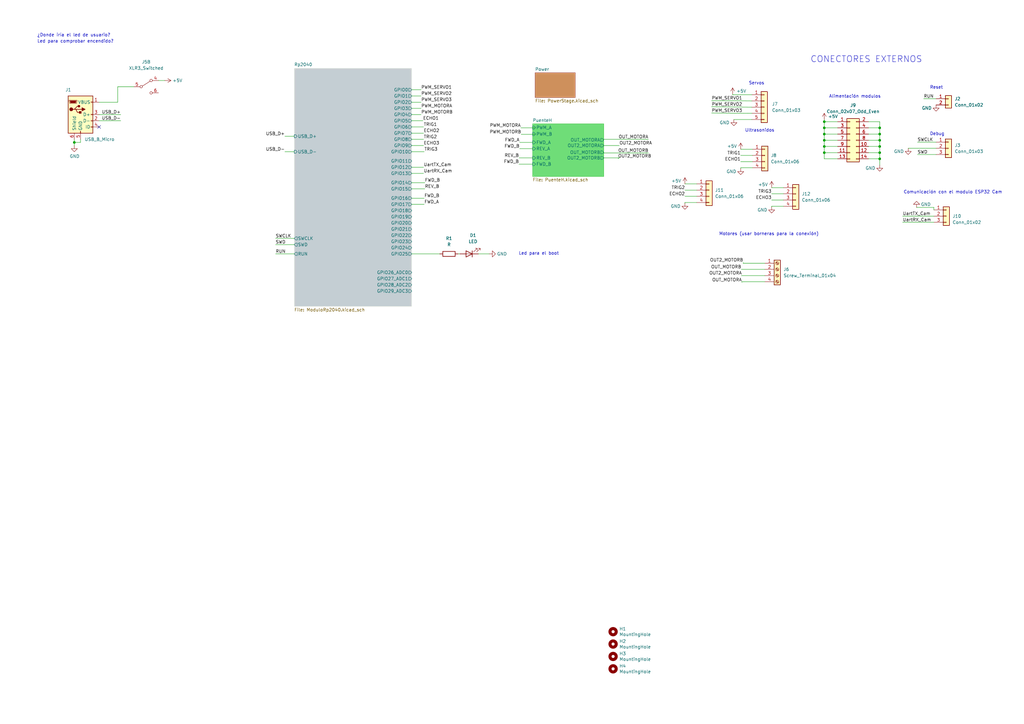
<source format=kicad_sch>
(kicad_sch (version 20211123) (generator eeschema)
  (paper "A3")
  (title_block (title "Wally") (date "2020-12-18") (rev "REV1") (company "Sistemas Embebidos") (comment 1 "xd"))
  (lib_symbols
    (symbol "Connector:Screw_Terminal_01x04" (pin_names (offset 1.016) hide)
      (property "Reference" "J" (at 0 5.08 0))
      (property "Value" "Screw_Terminal_01x04" (at 0 -7.62 0))
      (symbol "Screw_Terminal_01x04_1_1"
        (rectangle (start -1.27 3.81) (end 1.27 -6.35) (stroke (width 0.254)) (fill (type background)))
        (circle (center 0 -5.08) (radius 0.635) (stroke (width 0.1524)))
        (circle (center 0 -2.54) (radius 0.635) (stroke (width 0.1524)))
        (polyline (pts (xy -0.5334 -4.7498) (xy 0.3302 -5.588)) (stroke (width 0.1524)))
        (polyline (pts (xy -0.5334 -2.2098) (xy 0.3302 -3.048)) (stroke (width 0.1524)))
        (polyline (pts (xy -0.5334 0.3302) (xy 0.3302 -0.508)) (stroke (width 0.1524)))
        (polyline (pts (xy -0.5334 2.8702) (xy 0.3302 2.032)) (stroke (width 0.1524)))
        (polyline (pts (xy -0.3556 -4.572) (xy 0.508 -5.4102)) (stroke (width 0.1524)))
        (polyline (pts (xy -0.3556 -2.032) (xy 0.508 -2.8702)) (stroke (width 0.1524)))
        (polyline (pts (xy -0.3556 0.508) (xy 0.508 -0.3302)) (stroke (width 0.1524)))
        (polyline (pts (xy -0.3556 3.048) (xy 0.508 2.2098)) (stroke (width 0.1524)))
        (circle (center 0 0) (radius 0.635) (stroke (width 0.1524)))
        (circle (center 0 2.54) (radius 0.635) (stroke (width 0.1524)))
        (pin passive line (at -5.08 2.54 0) (length 3.81) (name "Pin_1") (number "1"))
        (pin passive line (at -5.08 0 0) (length 3.81) (name "Pin_2") (number "2"))
        (pin passive line (at -5.08 -2.54 0) (length 3.81) (name "Pin_3") (number "3"))
        (pin passive line (at -5.08 -5.08 0) (length 3.81) (name "Pin_4") (number "4"))
      )
    )
    (symbol "Connector:USB_B_Micro" (pin_names (offset 1.016))
      (property "Reference" "J" (at -5.08 11.43 0))
      (property "Value" "USB_B_Micro" (at -5.08 8.89 0))
      (symbol "USB_B_Micro_0_1"
        (rectangle (start -5.08 -7.62) (end 5.08 7.62) (stroke (width 0.254)) (fill (type background)))
        (circle (center -3.81 2.159) (radius 0.635) (stroke (width 0.254)) (fill (type outline)))
        (circle (center -0.635 3.429) (radius 0.381) (stroke (width 0.254)) (fill (type outline)))
        (rectangle (start -0.127 -7.62) (end 0.127 -6.858))
        (polyline (pts (xy -1.905 2.159) (xy 0.635 2.159)) (stroke (width 0.254)))
        (polyline (pts (xy -3.175 2.159) (xy -2.54 2.159) (xy -1.27 3.429) (xy -0.635 3.429)) (stroke (width 0.254)))
        (polyline (pts (xy -2.54 2.159) (xy -1.905 2.159) (xy -1.27 0.889) (xy 0 0.889)) (stroke (width 0.254)))
        (polyline (pts (xy 0.635 2.794) (xy 0.635 1.524) (xy 1.905 2.159) (xy 0.635 2.794)) (stroke (width 0.254)) (fill (type outline)))
        (polyline (pts (xy -4.318 5.588) (xy -1.778 5.588) (xy -2.032 4.826) (xy -4.064 4.826) (xy -4.318 5.588)) (fill (type outline)))
        (polyline (pts (xy -4.699 5.842) (xy -4.699 5.588) (xy -4.445 4.826) (xy -4.445 4.572) (xy -1.651 4.572) (xy -1.651 4.826) (xy -1.397 5.588) (xy -1.397 5.842) (xy -4.699 5.842)))
        (rectangle (start 0.254 1.27) (end -0.508 0.508) (stroke (width 0.254)) (fill (type outline)))
        (rectangle (start 5.08 -5.207) (end 4.318 -4.953))
        (rectangle (start 5.08 -2.667) (end 4.318 -2.413))
        (rectangle (start 5.08 -0.127) (end 4.318 0.127))
        (rectangle (start 5.08 4.953) (end 4.318 5.207))
      )
      (symbol "USB_B_Micro_1_1"
        (pin power_out line (at 7.62 5.08 180) (length 2.54) (name "VBUS") (number "1"))
        (pin bidirectional line (at 7.62 -2.54 180) (length 2.54) (name "D-") (number "2"))
        (pin bidirectional line (at 7.62 0 180) (length 2.54) (name "D+") (number "3"))
        (pin passive line (at 7.62 -5.08 180) (length 2.54) (name "ID") (number "4"))
        (pin power_out line (at 0 -10.16 90) (length 2.54) (name "GND") (number "5"))
        (pin passive line (at -2.54 -10.16 90) (length 2.54) (name "Shield") (number "6"))
      )
    )
    (symbol "Connector_Generic:Conn_01x02" (pin_names (offset 1.016) hide)
      (property "Reference" "J" (at 0 2.54 0))
      (property "Value" "Conn_01x02" (at 0 -5.08 0))
      (symbol "Conn_01x02_1_1"
        (rectangle (start -1.27 -2.413) (end 0 -2.667) (stroke (width 0.1524)))
        (rectangle (start -1.27 0.127) (end 0 -0.127) (stroke (width 0.1524)))
        (rectangle (start -1.27 1.27) (end 1.27 -3.81) (stroke (width 0.254)) (fill (type background)))
        (pin passive line (at -5.08 0 0) (length 3.81) (name "Pin_1") (number "1"))
        (pin passive line (at -5.08 -2.54 0) (length 3.81) (name "Pin_2") (number "2"))
      )
    )
    (symbol "Connector_Generic:Conn_01x03" (pin_names (offset 1.016) hide)
      (property "Reference" "J" (at 0 5.08 0))
      (property "Value" "Conn_01x03" (at 0 -5.08 0))
      (symbol "Conn_01x03_1_1"
        (rectangle (start -1.27 -2.413) (end 0 -2.667) (stroke (width 0.1524)))
        (rectangle (start -1.27 0.127) (end 0 -0.127) (stroke (width 0.1524)))
        (rectangle (start -1.27 2.667) (end 0 2.413) (stroke (width 0.1524)))
        (rectangle (start -1.27 3.81) (end 1.27 -3.81) (stroke (width 0.254)) (fill (type background)))
        (pin passive line (at -5.08 2.54 0) (length 3.81) (name "Pin_1") (number "1"))
        (pin passive line (at -5.08 0 0) (length 3.81) (name "Pin_2") (number "2"))
        (pin passive line (at -5.08 -2.54 0) (length 3.81) (name "Pin_3") (number "3"))
      )
    )
    (symbol "Connector_Generic:Conn_01x04" (pin_names (offset 1.016) hide)
      (property "Reference" "J" (at 0 5.08 0))
      (property "Value" "Conn_01x04" (at 0 -7.62 0))
      (symbol "Conn_01x04_1_1"
        (rectangle (start -1.27 -4.953) (end 0 -5.207) (stroke (width 0.1524)))
        (rectangle (start -1.27 -2.413) (end 0 -2.667) (stroke (width 0.1524)))
        (rectangle (start -1.27 0.127) (end 0 -0.127) (stroke (width 0.1524)))
        (rectangle (start -1.27 2.667) (end 0 2.413) (stroke (width 0.1524)))
        (rectangle (start -1.27 3.81) (end 1.27 -6.35) (stroke (width 0.254)) (fill (type background)))
        (pin passive line (at -5.08 2.54 0) (length 3.81) (name "Pin_1") (number "1"))
        (pin passive line (at -5.08 0 0) (length 3.81) (name "Pin_2") (number "2"))
        (pin passive line (at -5.08 -2.54 0) (length 3.81) (name "Pin_3") (number "3"))
        (pin passive line (at -5.08 -5.08 0) (length 3.81) (name "Pin_4") (number "4"))
      )
    )
    (symbol "Connector_Generic:Conn_01x05" (pin_names (offset 1.016) hide)
      (property "Reference" "J" (at 0 7.62 0))
      (property "Value" "Conn_01x05" (at 0 -7.62 0))
      (symbol "Conn_01x05_1_1"
        (rectangle (start -1.27 -4.953) (end 0 -5.207) (stroke (width 0.1524)))
        (rectangle (start -1.27 -2.413) (end 0 -2.667) (stroke (width 0.1524)))
        (rectangle (start -1.27 0.127) (end 0 -0.127) (stroke (width 0.1524)))
        (rectangle (start -1.27 2.667) (end 0 2.413) (stroke (width 0.1524)))
        (rectangle (start -1.27 5.207) (end 0 4.953) (stroke (width 0.1524)))
        (rectangle (start -1.27 6.35) (end 1.27 -6.35) (stroke (width 0.254)) (fill (type background)))
        (pin passive line (at -5.08 5.08 0) (length 3.81) (name "Pin_1") (number "1"))
        (pin passive line (at -5.08 2.54 0) (length 3.81) (name "Pin_2") (number "2"))
        (pin passive line (at -5.08 0 0) (length 3.81) (name "Pin_3") (number "3"))
        (pin passive line (at -5.08 -2.54 0) (length 3.81) (name "Pin_4") (number "4"))
        (pin passive line (at -5.08 -5.08 0) (length 3.81) (name "Pin_5") (number "5"))
      )
    )
    (symbol "Connector_Generic:Conn_02x07_Odd_Even" (pin_names (offset 1.016) hide)
      (property "Reference" "J" (at 1.27 10.16 0))
      (property "Value" "Conn_02x07_Odd_Even" (at 1.27 -10.16 0))
      (symbol "Conn_02x07_Odd_Even_1_1"
        (rectangle (start -1.27 -7.493) (end 0 -7.747) (stroke (width 0.1524)))
        (rectangle (start -1.27 -4.953) (end 0 -5.207) (stroke (width 0.1524)))
        (rectangle (start -1.27 -2.413) (end 0 -2.667) (stroke (width 0.1524)))
        (rectangle (start -1.27 0.127) (end 0 -0.127) (stroke (width 0.1524)))
        (rectangle (start -1.27 2.667) (end 0 2.413) (stroke (width 0.1524)))
        (rectangle (start -1.27 5.207) (end 0 4.953) (stroke (width 0.1524)))
        (rectangle (start -1.27 7.747) (end 0 7.493) (stroke (width 0.1524)))
        (rectangle (start -1.27 8.89) (end 3.81 -8.89) (stroke (width 0.254)) (fill (type background)))
        (rectangle (start 3.81 -7.493) (end 2.54 -7.747) (stroke (width 0.1524)))
        (rectangle (start 3.81 -4.953) (end 2.54 -5.207) (stroke (width 0.1524)))
        (rectangle (start 3.81 -2.413) (end 2.54 -2.667) (stroke (width 0.1524)))
        (rectangle (start 3.81 0.127) (end 2.54 -0.127) (stroke (width 0.1524)))
        (rectangle (start 3.81 2.667) (end 2.54 2.413) (stroke (width 0.1524)))
        (rectangle (start 3.81 5.207) (end 2.54 4.953) (stroke (width 0.1524)))
        (rectangle (start 3.81 7.747) (end 2.54 7.493) (stroke (width 0.1524)))
        (pin passive line (at -5.08 7.62 0) (length 3.81) (name "Pin_1") (number "1"))
        (pin passive line (at 7.62 -2.54 180) (length 3.81) (name "Pin_10") (number "10"))
        (pin passive line (at -5.08 -5.08 0) (length 3.81) (name "Pin_11") (number "11"))
        (pin passive line (at 7.62 -5.08 180) (length 3.81) (name "Pin_12") (number "12"))
        (pin passive line (at -5.08 -7.62 0) (length 3.81) (name "Pin_13") (number "13"))
        (pin passive line (at 7.62 -7.62 180) (length 3.81) (name "Pin_14") (number "14"))
        (pin passive line (at 7.62 7.62 180) (length 3.81) (name "Pin_2") (number "2"))
        (pin passive line (at -5.08 5.08 0) (length 3.81) (name "Pin_3") (number "3"))
        (pin passive line (at 7.62 5.08 180) (length 3.81) (name "Pin_4") (number "4"))
        (pin passive line (at -5.08 2.54 0) (length 3.81) (name "Pin_5") (number "5"))
        (pin passive line (at 7.62 2.54 180) (length 3.81) (name "Pin_6") (number "6"))
        (pin passive line (at -5.08 0 0) (length 3.81) (name "Pin_7") (number "7"))
        (pin passive line (at 7.62 0 180) (length 3.81) (name "Pin_8") (number "8"))
        (pin passive line (at -5.08 -2.54 0) (length 3.81) (name "Pin_9") (number "9"))
      )
    )
    (symbol "Device:LED" (pin_numbers hide) (pin_names (offset 1.016) hide)
      (property "Reference" "D" (at 0 2.54 0))
      (property "Value" "LED" (at 0 -2.54 0))
      (symbol "LED_0_1"
        (polyline (pts (xy -1.27 -1.27) (xy -1.27 1.27)) (stroke (width 0.254)))
        (polyline (pts (xy -1.27 0) (xy 1.27 0)))
        (polyline (pts (xy 1.27 -1.27) (xy 1.27 1.27) (xy -1.27 0) (xy 1.27 -1.27)) (stroke (width 0.254)))
        (polyline (pts (xy -3.048 -0.762) (xy -4.572 -2.286) (xy -3.81 -2.286) (xy -4.572 -2.286) (xy -4.572 -1.524)))
        (polyline (pts (xy -1.778 -0.762) (xy -3.302 -2.286) (xy -2.54 -2.286) (xy -3.302 -2.286) (xy -3.302 -1.524)))
      )
      (symbol "LED_1_1"
        (pin passive line (at -3.81 0 0) (length 2.54) (name "K") (number "1"))
        (pin passive line (at 3.81 0 180) (length 2.54) (name "A") (number "2"))
      )
    )
    (symbol "Device:R" (pin_numbers hide) (pin_names (offset 0))
      (property "Reference" "R" (at 2.032 0 90))
      (property "Value" "R" (at 0 0 90))
      (symbol "R_0_1"
        (rectangle (start -1.016 -2.54) (end 1.016 2.54) (stroke (width 0.254)))
      )
      (symbol "R_1_1"
        (pin passive line (at 0 3.81 270) (length 1.27) (name "~") (number "1"))
        (pin passive line (at 0 -3.81 90) (length 1.27) (name "~") (number "2"))
      )
    )
    (symbol "Mechanical:MountingHole" (pin_names (offset 1.016))
      (property "Reference" "H" (at 0 5.08 0))
      (property "Value" "MountingHole" (at 0 3.175 0))
      (symbol "MountingHole_0_1"
        (circle (center 0 0) (radius 1.27) (stroke (width 1.27)))
      )
    )
    (symbol "Switch:SW_DPDT_x2" (pin_names (offset 0) hide)
      (property "Reference" "SW" (at 0 4.318 0))
      (property "Value" "SW_DPDT_x2" (at 0 -5.08 0))
      (symbol "SW_DPDT_x2_0_0"
        (circle (center -2.032 0) (radius 0.508))
        (circle (center 2.032 -2.54) (radius 0.508))
      )
      (symbol "SW_DPDT_x2_0_1"
        (polyline (pts (xy -1.524 0.254) (xy 1.651 2.286)))
        (circle (center 2.032 2.54) (radius 0.508))
      )
      (symbol "SW_DPDT_x2_1_1"
        (pin passive line (at 5.08 2.54 180) (length 2.54) (name "A") (number "1"))
        (pin passive line (at -5.08 0 0) (length 2.54) (name "B") (number "2"))
        (pin passive line (at 5.08 -2.54 180) (length 2.54) (name "C") (number "3"))
      )
      (symbol "SW_DPDT_x2_2_1"
        (pin passive line (at 5.08 2.54 180) (length 2.54) (name "A") (number "4"))
        (pin passive line (at -5.08 0 0) (length 2.54) (name "B") (number "5"))
        (pin passive line (at 5.08 -2.54 180) (length 2.54) (name "C") (number "6"))
      )
    )
    (symbol "power:+5V" (power) (pin_names (offset 0))
      (property "Value" "+5V" (at 0 3.556 0))
      (symbol "+5V_0_1"
        (polyline (pts (xy -0.762 1.27) (xy 0 2.54)))
        (polyline (pts (xy 0 0) (xy 0 2.54)))
        (polyline (pts (xy 0 2.54) (xy 0.762 1.27)))
      )
      (symbol "+5V_1_1"
        (pin power_in line (at 0 0 90) (length 0) hide (name "+5V") (number "1"))
      )
    )
    (symbol "power:GND" (power) (pin_names (offset 0))
      (property "Value" "GND" (at 0 -3.81 0))
      (symbol "GND_0_1"
        (polyline (pts (xy 0 0) (xy 0 -1.27) (xy 1.27 -1.27) (xy 0 -2.54) (xy -1.27 -1.27) (xy 0 -1.27)))
      )
      (symbol "GND_1_1"
        (pin power_in line (at 0 0 270) (length 0) hide (name "GND") (number "1"))
      )
    )
  )
  (junction (at 338.074 62.611))
  (junction (at 360.807 54.991))
  (junction (at 360.807 62.611))
  (junction (at 360.807 52.451))
  (junction (at 360.807 57.531))
  (junction (at 30.48 58.42))
  (junction (at 338.074 52.451))
  (junction (at 338.074 57.531))
  (junction (at 360.807 65.151))
  (junction (at 360.807 60.071))
  (junction (at 338.074 54.991))
  (junction (at 338.074 60.071))
  (junction (at 338.074 49.911))
  (no_connect (at 40.64 52.07))
  (wire (pts (xy 168.91 57.15) (xy 173.736 57.15)))
  (wire (pts (xy 291.846 46.355) (xy 308.356 46.482)))
  (wire (pts (xy 303.784 61.214) (xy 308.61 61.214)))
  (wire (pts (xy 313.69 107.95) (xy 304.8 107.95)))
  (wire (pts (xy 304.038 110.49) (xy 313.69 110.49)))
  (wire (pts (xy 360.807 52.451) (xy 360.807 54.991)))
  (wire (pts (xy 168.91 68.58) (xy 173.736 68.58)))
  (wire (pts (xy 213.614 52.451) (xy 219.329 52.451)))
  (wire (pts (xy 303.784 66.294) (xy 308.61 66.294)))
  (wire (pts (xy 247.65 64.77) (xy 254 64.77)))
  (wire (pts (xy 33.02 58.42) (xy 30.48 58.42)))
  (wire (pts (xy 212.852 64.77) (xy 218.44 64.77)))
  (wire (pts (xy 303.784 68.834) (xy 303.784 69.088)))
  (wire (pts (xy 376.301 58.293) (xy 383.921 58.293)))
  (wire (pts (xy 308.356 38.862) (xy 300.482 38.862)))
  (wire (pts (xy 372.491 60.833) (xy 383.921 60.833)))
  (wire (pts (xy 360.807 49.911) (xy 360.807 52.451)))
  (wire (pts (xy 168.91 44.45) (xy 172.72 44.45)))
  (wire (pts (xy 168.91 59.69) (xy 173.736 59.69)))
  (wire (pts (xy 247.65 59.69) (xy 254 59.69)))
  (wire (pts (xy 300.482 38.862) (xy 300.482 38.608)))
  (wire (pts (xy 168.91 104.14) (xy 180.34 104.14)))
  (wire (pts (xy 338.074 57.531) (xy 343.535 57.531)))
  (wire (pts (xy 280.924 75.438) (xy 285.75 75.438)))
  (wire (pts (xy 375.92 85.09) (xy 383.032 85.09)))
  (wire (pts (xy 304.8 107.95) (xy 304.8 107.696)))
  (wire (pts (xy 370.205 88.646) (xy 383.032 88.646)))
  (wire (pts (xy 168.91 39.37) (xy 172.72 39.37)))
  (wire (pts (xy 304.038 113.03) (xy 313.69 113.03)))
  (wire (pts (xy 338.074 52.451) (xy 338.074 54.991)))
  (wire (pts (xy 48.26 41.91) (xy 48.26 35.56)))
  (wire (pts (xy 254 64.77) (xy 253.492 65.024)))
  (wire (pts (xy 338.074 57.531) (xy 338.074 60.071)))
  (wire (pts (xy 360.807 57.531) (xy 360.807 60.071)))
  (wire (pts (xy 168.91 81.28) (xy 173.99 81.28)))
  (wire (pts (xy 187.96 104.14) (xy 188.595 104.14)))
  (wire (pts (xy 316.484 84.582) (xy 316.484 84.836)))
  (wire (pts (xy 356.235 65.151) (xy 360.807 65.151)))
  (wire (pts (xy 113.03 100.33) (xy 120.65 100.33)))
  (wire (pts (xy 360.807 60.071) (xy 360.807 62.611)))
  (wire (pts (xy 247.65 62.738) (xy 247.65 62.484)))
  (wire (pts (xy 113.03 104.14) (xy 120.65 104.14)))
  (wire (pts (xy 280.924 83.058) (xy 280.924 83.312)))
  (wire (pts (xy 338.074 49.911) (xy 338.074 52.451)))
  (wire (pts (xy 168.91 54.61) (xy 173.736 54.61)))
  (wire (pts (xy 40.64 49.53) (xy 49.53 49.53)))
  (wire (pts (xy 168.91 77.47) (xy 174.244 77.47)))
  (wire (pts (xy 338.074 62.611) (xy 338.074 65.151)))
  (wire (pts (xy 378.841 40.513) (xy 383.921 40.513)))
  (wire (pts (xy 316.484 82.042) (xy 321.31 82.042)))
  (wire (pts (xy 168.91 49.53) (xy 173.482 49.53)))
  (wire (pts (xy 376.301 63.373) (xy 383.921 63.373)))
  (wire (pts (xy 308.61 68.834) (xy 303.784 68.834)))
  (wire (pts (xy 280.924 80.518) (xy 285.75 80.518)))
  (wire (pts (xy 316.484 76.962) (xy 321.31 76.962)))
  (wire (pts (xy 168.91 36.83) (xy 172.72 36.83)))
  (wire (pts (xy 116.84 62.23) (xy 120.65 62.23)))
  (wire (pts (xy 356.235 52.451) (xy 360.807 52.451)))
  (wire (pts (xy 168.91 41.91) (xy 172.72 41.91)))
  (wire (pts (xy 291.846 43.815) (xy 308.356 43.942)))
  (wire (pts (xy 313.69 115.57) (xy 304.292 115.57)))
  (wire (pts (xy 213.106 58.42) (xy 218.44 58.42)))
  (wire (pts (xy 33.02 57.15) (xy 33.02 58.42)))
  (wire (pts (xy 213.741 55.118) (xy 219.329 55.118)))
  (wire (pts (xy 196.215 104.14) (xy 200.66 104.14)))
  (wire (pts (xy 360.807 54.991) (xy 360.807 57.531)))
  (wire (pts (xy 168.91 83.82) (xy 173.99 83.82)))
  (wire (pts (xy 338.074 49.022) (xy 338.074 49.911)))
  (wire (pts (xy 360.807 62.611) (xy 360.807 65.151)))
  (wire (pts (xy 212.852 67.31) (xy 218.44 67.31)))
  (wire (pts (xy 356.235 62.611) (xy 360.807 62.611)))
  (wire (pts (xy 213.106 60.96) (xy 218.44 60.96)))
  (wire (pts (xy 291.846 41.275) (xy 308.356 41.402)))
  (wire (pts (xy 356.235 57.531) (xy 360.807 57.531)))
  (wire (pts (xy 321.31 84.582) (xy 316.484 84.582)))
  (wire (pts (xy 116.84 55.88) (xy 120.65 55.88)))
  (wire (pts (xy 285.75 83.058) (xy 280.924 83.058)))
  (wire (pts (xy 356.235 49.911) (xy 360.807 49.911)))
  (wire (pts (xy 168.91 62.23) (xy 173.99 62.23)))
  (wire (pts (xy 308.61 63.754) (xy 303.784 63.754)))
  (wire (pts (xy 304.292 115.57) (xy 304.292 115.824)))
  (wire (pts (xy 356.235 60.071) (xy 360.807 60.071)))
  (wire (pts (xy 168.91 74.93) (xy 174.244 74.93)))
  (wire (pts (xy 300.99 49.022) (xy 308.356 49.022)))
  (wire (pts (xy 321.31 79.502) (xy 316.484 79.502)))
  (wire (pts (xy 338.074 49.911) (xy 343.535 49.911)))
  (wire (pts (xy 247.65 57.15) (xy 265.938 57.15)))
  (wire (pts (xy 360.807 65.151) (xy 360.807 67.691)))
  (wire (pts (xy 383.032 85.09) (xy 383.032 86.106)))
  (wire (pts (xy 67.564 33.02) (xy 65.024 33.02)))
  (wire (pts (xy 338.074 54.991) (xy 338.074 57.531)))
  (wire (pts (xy 370.205 91.186) (xy 383.032 91.186)))
  (wire (pts (xy 338.074 65.151) (xy 343.535 65.151)))
  (wire (pts (xy 30.48 58.42) (xy 30.48 59.69)))
  (wire (pts (xy 338.074 52.451) (xy 343.535 52.451)))
  (wire (pts (xy 40.64 46.99) (xy 49.53 46.99)))
  (wire (pts (xy 338.074 62.611) (xy 343.535 62.611)))
  (wire (pts (xy 30.48 57.15) (xy 30.48 58.42)))
  (wire (pts (xy 356.235 54.991) (xy 360.807 54.991)))
  (wire (pts (xy 338.074 60.071) (xy 338.074 62.611)))
  (wire (pts (xy 48.26 35.56) (xy 54.864 35.56)))
  (wire (pts (xy 168.91 71.12) (xy 173.736 71.12)))
  (wire (pts (xy 338.074 60.071) (xy 343.535 60.071)))
  (wire (pts (xy 285.75 77.978) (xy 280.924 77.978)))
  (wire (pts (xy 338.074 54.991) (xy 343.535 54.991)))
  (wire (pts (xy 168.91 46.99) (xy 172.72 46.99)))
  (wire (pts (xy 168.91 52.07) (xy 173.736 52.07)))
  (wire (pts (xy 40.64 41.91) (xy 48.26 41.91)))
  (wire (pts (xy 113.03 97.79) (xy 120.65 97.79)))
  (wire (pts (xy 247.65 62.738) (xy 265.938 62.738)))
  (text "Led para el boot" (at 212.725 104.775 0) (effects (font (size 1.27 1.27)) (justify left bottom)))
  (text "¿Donde iría el led de usuario?" (at 15.24 15.24 0) (effects (font (size 1.27 1.27)) (justify left bottom)))
  (text "Led para comprobar encendido?\n" (at 15.24 17.78 0) (effects (font (size 1.27 1.27)) (justify left bottom)))
  (text "Ultrasonidos\n" (at 305.5366 54.3052 0) (effects (font (size 1.27 1.27)) (justify left bottom)))
  (text "Debug" (at 381.381 55.753 0) (effects (font (size 1.27 1.27)) (justify left bottom)))
  (text "Comunicación con el modulo ESP32 Cam\n" (at 370.586 79.629 0) (effects (font (size 1.27 1.27)) (justify left bottom)))
  (text "CONECTORES EXTERNOS" (at 332.359 25.908 0) (effects (font (size 2.54 2.54)) (justify left bottom)))
  (text "Alimentación modulos" (at 339.979 40.386 0) (effects (font (size 1.27 1.27)) (justify left bottom)))
  (text "Servos" (at 307.086 34.925 0) (effects (font (size 1.27 1.27)) (justify left bottom)))
  (text "Reset" (at 381.381 36.703 0) (effects (font (size 1.27 1.27)) (justify left bottom)))
  (text "Motores (usar borneras para la conexión)" (at 294.894 96.774 0) (effects (font (size 1.27 1.27)) (justify left bottom)))
  (label "TRIG1" (at 173.736 52.07 0))
  (label "OUT2_MOTORB" (at 253.492 65.024 0))
  (label "FWD_B" (at 212.852 67.31 180))
  (label "ECHO2" (at 280.924 80.518 180))
  (label "FWD_B" (at 213.106 60.96 180))
  (label "OUT_MOTORB" (at 304.038 110.49 180))
  (label "SWCLK" (at 376.301 58.293 0))
  (label "PWM_SERVO1" (at 291.846 41.275 0))
  (label "ECHO1" (at 173.482 49.53 0))
  (label "PWM_SERVO3" (at 291.846 46.355 0))
  (label "FWD_B" (at 174.244 74.93 0))
  (label "PWM_MOTORB" (at 172.72 46.99 0))
  (label "TRIG3" (at 173.99 62.23 0))
  (label "UartRX_Cam" (at 173.736 71.12 0))
  (label "OUT_MOTORB" (at 265.938 62.738 180))
  (label "PWM_SERVO2" (at 172.72 39.37 0))
  (label "PWM_SERVO3" (at 172.72 41.91 0))
  (label "OUT2_MOTORA" (at 254 59.69 0))
  (label "USB_D+" (at 116.84 55.88 180))
  (label "UartTX_Cam" (at 173.736 68.58 0))
  (label "ECHO2" (at 173.736 54.61 0))
  (label "PWM_SERVO1" (at 172.72 36.83 0))
  (label "PWM_MOTORA" (at 213.614 52.451 180))
  (label "REV_B" (at 174.244 77.47 0))
  (label "FWD_A" (at 173.99 83.82 0))
  (label "FWD_A" (at 213.106 58.42 180))
  (label "PWM_MOTORA" (at 172.72 44.45 0))
  (label "TRIG2" (at 173.736 57.15 0))
  (label "USB_D+" (at 49.53 46.99 180))
  (label "ECHO3" (at 173.736 59.69 0))
  (label "TRIG1" (at 303.784 63.754 180))
  (label "USB_D-" (at 116.84 62.23 180))
  (label "TRIG2" (at 280.924 77.978 180))
  (label "OUT2_MOTORA" (at 304.292 113.03 180))
  (label "OUT_MOTORA" (at 304.292 115.824 180))
  (label "SWCLK" (at 113.03 97.79 0))
  (label "TRIG3" (at 316.484 79.502 180))
  (label "SWD" (at 113.03 100.33 0))
  (label "REV_B" (at 212.852 64.77 180))
  (label "UartRX_Cam" (at 370.205 91.186 0))
  (label "PWM_MOTORB" (at 213.741 55.118 180))
  (label "UartTX_Cam" (at 370.205 88.646 0))
  (label "FWD_B" (at 173.99 81.28 0))
  (label "OUT_MOTORA" (at 265.938 57.15 180))
  (label "ECHO3" (at 316.484 82.042 180))
  (label "RUN" (at 378.841 40.513 0))
  (label "SWD" (at 376.301 63.373 0))
  (label "PWM_SERVO2" (at 291.846 43.815 0))
  (label "RUN" (at 113.03 104.14 0))
  (label "USB_D-" (at 49.53 49.53 180))
  (label "OUT2_MOTORB" (at 304.8 107.696 180))
  (label "ECHO1" (at 303.784 66.294 180))
  (symbol (lib_id "Mechanical:MountingHole") (at 251.46 259.08 0) (unit 1)
    (property "Reference" "H1" (at 254 257.9116 0) (effects (justify left)))
    (property "Value" "MountingHole" (at 254 260.223 0) (effects (justify left)))
    (property "Footprint" "MountingHole:MountingHole_2.7mm_M2.5" (effects hide))
  )
  (symbol (lib_id "Mechanical:MountingHole") (at 251.46 264.16 0) (unit 1)
    (property "Reference" "H2" (at 254 262.9916 0) (effects (justify left)))
    (property "Value" "MountingHole" (at 254 265.303 0) (effects (justify left)))
    (property "Footprint" "MountingHole:MountingHole_2.7mm_M2.5" (effects hide))
  )
  (symbol (lib_id "Mechanical:MountingHole") (at 251.46 269.24 0) (unit 1)
    (property "Reference" "H3" (at 254 268.0716 0) (effects (justify left)))
    (property "Value" "MountingHole" (at 254 270.383 0) (effects (justify left)))
    (property "Footprint" "MountingHole:MountingHole_2.7mm_M2.5" (effects hide))
  )
  (symbol (lib_id "Mechanical:MountingHole") (at 251.46 274.32 0) (unit 1)
    (property "Reference" "H4" (at 254 273.1516 0) (effects (justify left)))
    (property "Value" "MountingHole" (at 254 275.463 0) (effects (justify left)))
    (property "Footprint" "MountingHole:MountingHole_2.7mm_M2.5" (effects hide))
  )
  (symbol (lib_id "Connector_Generic:Conn_01x05") (at 313.436 43.942 0) (unit 1)
    (property "Reference" "J7" (at 316.611 42.6719 0) (effects (justify left)))
    (property "Value" "Conn_01x03" (at 316.611 45.2119 0) (effects (justify left)))
    (property "Footprint" "Connector_PinSocket_2.54mm:PinSocket_1x03_P2.54mm_Vertical" (effects hide))
  )
  (symbol (lib_id "power:GND") (at 200.66 104.14 90) (unit 1)
    (property "Reference" "#PWR0101" (effects hide))
    (property "Value" "GND" (at 203.835 104.1399 90) (effects (justify right)))
  )
  (symbol (lib_id "Connector_Generic:Conn_01x02") (at 389.001 40.513 0) (unit 1)
    (property "Reference" "J2" (at 391.541 40.5129 0) (effects (justify left)))
    (property "Value" "Conn_01x02" (at 391.541 43.0529 0) (effects (justify left)))
    (property "Footprint" "Connector_PinHeader_2.54mm:PinHeader_1x02_P2.54mm_Vertical" (effects hide))
  )
  (symbol (lib_id "power:GND") (at 280.924 83.312 0) (unit 1)
    (property "Reference" "#PWR017" (effects hide))
    (property "Value" "GND" (at 277.114 84.582 0))
  )
  (symbol (lib_id "power:+5V") (at 338.074 49.022 0) (unit 1)
    (property "Reference" "#PWR0104" (effects hide))
    (property "Value" "+5V" (at 339.598 47.7519 0) (effects (justify left)))
  )
  (symbol (lib_id "Switch:SW_DPDT_x2") (at 59.944 35.56 0) (unit 2)
    (property "Reference" "J5" (at 59.944 25.4 0))
    (property "Value" "XLR3_Switched" (at 59.944 27.94 0))
    (property "Footprint" "Button_Switch_SMD:SW_Push_1P1T-MP_NO_Horizontal_Alps_SKRTLAE010" (effects hide))
  )
  (symbol (lib_id "power:GND") (at 303.784 69.088 0) (unit 1)
    (property "Reference" "#PWR024" (effects hide))
    (property "Value" "GND" (at 299.974 70.358 0))
  )
  (symbol (lib_id "Device:R") (at 184.15 104.14 90) (unit 1)
    (property "Reference" "R1" (at 184.15 97.79 90))
    (property "Value" "R" (at 184.15 100.33 90))
    (property "Footprint" "Resistor_SMD:R_0402_1005Metric" (effects hide))
  )
  (symbol (lib_id "Connector_Generic:Conn_01x04") (at 313.69 63.754 0) (unit 1)
    (property "Reference" "J8" (at 316.1284 63.7539 0) (effects (justify left)))
    (property "Value" "Conn_01x06" (at 316.1284 66.2939 0) (effects (justify left)))
    (property "Footprint" "Connector_PinSocket_2.54mm:PinSocket_1x06_P2.54mm_Vertical" (effects hide))
  )
  (symbol (lib_id "power:GND") (at 300.99 49.022 0) (unit 1)
    (property "Reference" "#PWR019" (effects hide))
    (property "Value" "GND" (at 297.18 50.292 0))
  )
  (symbol (lib_id "power:GND") (at 360.807 67.691 0) (unit 1)
    (property "Reference" "#PWR0103" (effects hide))
    (property "Value" "GND" (at 356.997 68.961 0))
  )
  (symbol (lib_id "power:+5V") (at 316.484 76.962 0) (unit 1)
    (property "Reference" "#PWR025" (effects hide))
    (property "Value" "+5V" (at 310.896 75.692 0) (effects (justify left)))
  )
  (symbol (lib_id "power:GND") (at 383.921 43.053 0) (unit 1)
    (property "Reference" "#PWR04" (effects hide))
    (property "Value" "GND" (at 380.111 44.323 0))
  )
  (symbol (lib_id "Connector_Generic:Conn_01x04") (at 290.83 77.978 0) (unit 1)
    (property "Reference" "J11" (at 293.2684 77.9779 0) (effects (justify left)))
    (property "Value" "Conn_01x06" (at 293.2684 80.5179 0) (effects (justify left)))
    (property "Footprint" "Connector_PinSocket_2.54mm:PinSocket_1x06_P2.54mm_Vertical" (effects hide))
  )
  (symbol (lib_id "power:+5V") (at 300.482 38.608 0) (unit 1)
    (property "Reference" "#PWR018" (effects hide))
    (property "Value" "+5V" (at 302.006 37.3379 0) (effects (justify left)))
  )
  (symbol (lib_id "Connector:Screw_Terminal_01x04") (at 318.77 110.49 0) (unit 1)
    (property "Reference" "J6" (at 321.31 110.4899 0) (effects (justify left)))
    (property "Value" "Screw_Terminal_01x04" (at 321.31 113.0299 0) (effects (justify left)))
    (property "Footprint" "TerminalBlock_Altech:Altech_AK300_1x04_P5.00mm_45-Degree" (effects hide))
  )
  (symbol (lib_id "Device:LED") (at 192.405 104.14 180) (unit 1)
    (property "Reference" "D1" (at 193.9925 96.52 0))
    (property "Value" "LED" (at 193.9925 99.06 0))
    (property "Footprint" "LED_SMD:LED_0201_0603Metric" (effects hide))
  )
  (symbol (lib_id "power:+5V") (at 303.784 61.214 0) (unit 1)
    (property "Reference" "#PWR020" (effects hide))
    (property "Value" "+5V" (at 298.196 59.944 0) (effects (justify left)))
  )
  (symbol (lib_id "power:GND") (at 372.491 60.833 0) (unit 1)
    (property "Reference" "#PWR03" (effects hide))
    (property "Value" "GND" (at 368.681 62.103 0))
  )
  (symbol (lib_id "power:+5V") (at 67.564 33.02 270) (unit 1)
    (property "Reference" "#PWR0105" (effects hide))
    (property "Value" "+5V" (at 70.739 33.0199 90) (effects (justify left)))
  )
  (symbol (lib_id "power:GND") (at 316.484 84.836 0) (unit 1)
    (property "Reference" "#PWR026" (effects hide))
    (property "Value" "GND" (at 312.674 86.106 0))
  )
  (symbol (lib_id "Connector_Generic:Conn_01x04") (at 326.39 79.502 0) (unit 1)
    (property "Reference" "J12" (at 328.8284 79.5019 0) (effects (justify left)))
    (property "Value" "Conn_01x06" (at 328.8284 82.0419 0) (effects (justify left)))
    (property "Footprint" "Connector_PinSocket_2.54mm:PinSocket_1x06_P2.54mm_Vertical" (effects hide))
  )
  (symbol (lib_id "Connector_Generic:Conn_01x03") (at 389.001 60.833 0) (unit 1)
    (property "Reference" "J3" (at 391.541 59.5629 0) (effects (justify left)))
    (property "Value" "Conn_01x03" (at 391.541 62.1029 0) (effects (justify left)))
    (property "Footprint" "Connector_PinHeader_2.54mm:PinHeader_1x03_P2.54mm_Vertical" (effects hide))
  )
  (symbol (lib_id "Connector:USB_B_Micro") (at 33.02 46.99 0) (unit 1)
    (property "Reference" "J1" (at 29.21 36.83 0) (effects (justify right)))
    (property "Value" "USB_B_Micro" (at 46.99 57.15 0) (effects (justify right)))
    (property "Footprint" "RP2040_minimal:USB_Micro-B_Amphenol_10103594-0001LF_Horizontal_modified" (effects hide))
  )
  (symbol (lib_id "power:GND") (at 30.48 59.69 0) (unit 1)
    (property "Reference" "#PWR01" (effects hide))
    (property "Value" "GND" (at 30.607 64.0842 0))
  )
  (symbol (lib_id "power:GND") (at 375.92 85.09 180) (unit 1)
    (property "Reference" "#PWR0102" (effects hide))
    (property "Value" "GND" (at 379.73 83.82 0))
  )
  (symbol (lib_id "power:+5V") (at 280.924 75.438 0) (unit 1)
    (property "Reference" "#PWR02" (effects hide))
    (property "Value" "+5V" (at 275.336 74.168 0) (effects (justify left)))
  )
  (symbol (lib_id "Connector_Generic:Conn_02x07_Odd_Even") (at 348.615 57.531 0) (unit 1)
    (property "Reference" "J9" (at 349.885 43.18 0))
    (property "Value" "Conn_02x07_Odd_Even" (at 349.885 45.72 0))
    (property "Footprint" "Connector_PinHeader_2.54mm:PinHeader_2x07_P2.54mm_Vertical" (effects hide))
  )
  (symbol (lib_id "Connector_Generic:Conn_01x03") (at 388.112 88.646 0) (unit 1)
    (property "Reference" "J10" (at 390.652 88.6459 0) (effects (justify left)))
    (property "Value" "Conn_01x02" (at 390.652 91.1859 0) (effects (justify left)))
    (property "Footprint" "Connector_PinHeader_2.54mm:PinHeader_1x02_P2.54mm_Vertical" (effects hide))
  )
  (sheet (at 219.456 29.845) (size 16.51 10.16) (stroke (width 0.1524) (color 154 67 65 1)) (fill (color 206 144 92 1.0000))
    (property "Sheet name" "Power" (at 219.456 29.1334 0) (effects (justify left bottom)))
    (property "Sheet file" "PowerStage.kicad_sch" (at 219.456 40.5896 0) (effects (justify left top)))
  )
  (sheet (at 218.44 50.8) (size 29.21 21.59) (stroke (width 0.1524) (color 64 194 65 0.66)) (fill (color 102 220 113 0.9400))
    (property "Sheet name" "PuenteH" (at 218.44 50.0884 0) (effects (justify left bottom)))
    (property "Sheet file" "PuenteH.kicad_sch" (at 218.44 72.9746 0) (effects (justify left top)))
    (pin "OUT_MOTORA" output (at 247.65 57.404 0))
    (pin "OUT_MOTORB" output (at 247.65 62.484 0))
    (pin "PWM_A" input (at 218.44 52.324 180))
    (pin "PWM_B" input (at 218.44 54.991 180))
    (pin "REV_B" input (at 218.44 64.77 180))
    (pin "FWD_B" input (at 218.44 67.31 180))
    (pin "FWD_A" input (at 218.44 58.42 180))
    (pin "REV_A" input (at 218.44 60.96 180))
    (pin "OUT2_MOTORB" output (at 247.65 64.77 0))
    (pin "OUT2_MOTORA" output (at 247.65 59.69 0))
  )
  (sheet (at 120.65 27.94) (size 48.26 97.79) (stroke (width 0.1524) (color 255 255 239 1)) (fill (color 22 63 81 0.2500))
    (property "Sheet name" "Rp2040" (at 120.65 27.2284 0) (effects (justify left bottom)))
    (property "Sheet file" "ModuloRp2040.kicad_sch" (at 120.65 126.3146 0) (effects (justify left top)))
    (pin "GPIO7" output (at 168.91 54.61 0))
    (pin "GPIO8" output (at 168.91 57.15 0))
    (pin "GPIO10" output (at 168.91 62.23 0))
    (pin "GPIO11" output (at 168.91 66.04 0))
    (pin "GPIO9" output (at 168.91 59.69 0))
    (pin "GPIO12" output (at 168.91 68.58 0))
    (pin "GPIO13" output (at 168.91 71.12 0))
    (pin "GPIO6" output (at 168.91 52.07 0))
    (pin "GPIO3" output (at 168.91 44.45 0))
    (pin "GPIO4" output (at 168.91 46.99 0))
    (pin "GPIO5" output (at 168.91 49.53 0))
    (pin "GPIO2" output (at 168.91 41.91 0))
    (pin "GPIO1" output (at 168.91 39.37 0))
    (pin "GPIO0" output (at 168.91 36.83 0))
    (pin "GPIO15" output (at 168.91 77.47 0))
    (pin "GPIO18" output (at 168.91 86.36 0))
    (pin "GPIO17" output (at 168.91 83.82 0))
    (pin "GPIO14" output (at 168.91 74.93 0))
    (pin "GPIO16" output (at 168.91 81.28 0))
    (pin "GPIO19" output (at 168.91 88.9 0))
    (pin "GPIO23" output (at 168.91 99.06 0))
    (pin "GPIO22" output (at 168.91 96.52 0))
    (pin "GPIO21" output (at 168.91 93.98 0))
    (pin "GPIO24" output (at 168.91 101.6 0))
    (pin "GPIO20" output (at 168.91 91.44 0))
    (pin "GPIO25" output (at 168.91 104.14 0))
    (pin "GPIO27_ADC1" output (at 168.91 114.3 0))
    (pin "GPIO26_ADC0" output (at 168.91 111.76 0))
    (pin "GPIO28_ADC2" output (at 168.91 116.84 0))
    (pin "GPIO29_ADC3" output (at 168.91 119.38 0))
    (pin "SWD" output (at 120.65 100.33 180))
    (pin "RUN" output (at 120.65 104.14 180))
    (pin "SWCLK" output (at 120.65 97.79 180))
    (pin "USB_D+" input (at 120.65 55.88 180))
    (pin "USB_D-" input (at 120.65 62.23 180))
  )
)
</source>
